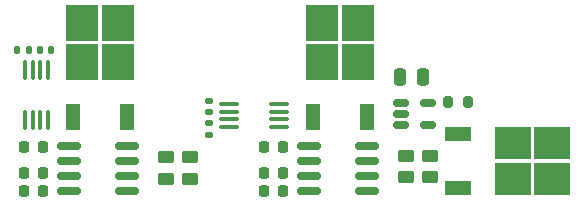
<source format=gbr>
%TF.GenerationSoftware,KiCad,Pcbnew,6.0.2+dfsg-1*%
%TF.CreationDate,2023-02-04T23:29:27-05:00*%
%TF.ProjectId,ups-test,7570732d-7465-4737-942e-6b696361645f,rev?*%
%TF.SameCoordinates,Original*%
%TF.FileFunction,Paste,Top*%
%TF.FilePolarity,Positive*%
%FSLAX46Y46*%
G04 Gerber Fmt 4.6, Leading zero omitted, Abs format (unit mm)*
G04 Created by KiCad (PCBNEW 6.0.2+dfsg-1) date 2023-02-04 23:29:27*
%MOMM*%
%LPD*%
G01*
G04 APERTURE LIST*
G04 Aperture macros list*
%AMRoundRect*
0 Rectangle with rounded corners*
0 $1 Rounding radius*
0 $2 $3 $4 $5 $6 $7 $8 $9 X,Y pos of 4 corners*
0 Add a 4 corners polygon primitive as box body*
4,1,4,$2,$3,$4,$5,$6,$7,$8,$9,$2,$3,0*
0 Add four circle primitives for the rounded corners*
1,1,$1+$1,$2,$3*
1,1,$1+$1,$4,$5*
1,1,$1+$1,$6,$7*
1,1,$1+$1,$8,$9*
0 Add four rect primitives between the rounded corners*
20,1,$1+$1,$2,$3,$4,$5,0*
20,1,$1+$1,$4,$5,$6,$7,0*
20,1,$1+$1,$6,$7,$8,$9,0*
20,1,$1+$1,$8,$9,$2,$3,0*%
G04 Aperture macros list end*
%ADD10RoundRect,0.250000X-0.450000X0.262500X-0.450000X-0.262500X0.450000X-0.262500X0.450000X0.262500X0*%
%ADD11RoundRect,0.140000X-0.140000X-0.170000X0.140000X-0.170000X0.140000X0.170000X-0.140000X0.170000X0*%
%ADD12RoundRect,0.225000X0.225000X0.250000X-0.225000X0.250000X-0.225000X-0.250000X0.225000X-0.250000X0*%
%ADD13RoundRect,0.135000X0.135000X0.185000X-0.135000X0.185000X-0.135000X-0.185000X0.135000X-0.185000X0*%
%ADD14RoundRect,0.200000X-0.200000X-0.275000X0.200000X-0.275000X0.200000X0.275000X-0.200000X0.275000X0*%
%ADD15R,2.750000X3.050000*%
%ADD16R,1.200000X2.200000*%
%ADD17RoundRect,0.250000X0.450000X-0.262500X0.450000X0.262500X-0.450000X0.262500X-0.450000X-0.262500X0*%
%ADD18RoundRect,0.150000X0.825000X0.150000X-0.825000X0.150000X-0.825000X-0.150000X0.825000X-0.150000X0*%
%ADD19RoundRect,0.150000X-0.512500X-0.150000X0.512500X-0.150000X0.512500X0.150000X-0.512500X0.150000X0*%
%ADD20RoundRect,0.140000X0.170000X-0.140000X0.170000X0.140000X-0.170000X0.140000X-0.170000X-0.140000X0*%
%ADD21R,3.050000X2.750000*%
%ADD22R,2.200000X1.200000*%
%ADD23RoundRect,0.100000X0.712500X0.100000X-0.712500X0.100000X-0.712500X-0.100000X0.712500X-0.100000X0*%
%ADD24RoundRect,0.250000X-0.250000X-0.475000X0.250000X-0.475000X0.250000X0.475000X-0.250000X0.475000X0*%
%ADD25RoundRect,0.135000X-0.185000X0.135000X-0.185000X-0.135000X0.185000X-0.135000X0.185000X0.135000X0*%
%ADD26RoundRect,0.100000X0.100000X-0.712500X0.100000X0.712500X-0.100000X0.712500X-0.100000X-0.712500X0*%
G04 APERTURE END LIST*
D10*
%TO.C,R5*%
X107442000Y-40743500D03*
X107442000Y-42568500D03*
%TD*%
D11*
%TO.C,C1*%
X76482000Y-31750000D03*
X77442000Y-31750000D03*
%TD*%
D12*
%TO.C,C8*%
X97041000Y-42164000D03*
X95491000Y-42164000D03*
%TD*%
D13*
%TO.C,R1*%
X75567000Y-31750000D03*
X74547000Y-31750000D03*
%TD*%
D14*
%TO.C,R7*%
X111062000Y-36195000D03*
X112712000Y-36195000D03*
%TD*%
D15*
%TO.C,Q2*%
X103378000Y-32840000D03*
X100328000Y-32840000D03*
X103378000Y-29490000D03*
X100328000Y-29490000D03*
D16*
X99573000Y-37465000D03*
X104133000Y-37465000D03*
%TD*%
D17*
%TO.C,R4*%
X89154000Y-42695500D03*
X89154000Y-40870500D03*
%TD*%
D12*
%TO.C,C5*%
X76721000Y-42164000D03*
X75171000Y-42164000D03*
%TD*%
D18*
%TO.C,U4*%
X104202000Y-43688000D03*
X104202000Y-42418000D03*
X104202000Y-41148000D03*
X104202000Y-39878000D03*
X99252000Y-39878000D03*
X99252000Y-41148000D03*
X99252000Y-42418000D03*
X99252000Y-43688000D03*
%TD*%
D19*
%TO.C,U5*%
X107066500Y-36261000D03*
X107066500Y-37211000D03*
X107066500Y-38161000D03*
X109341500Y-38161000D03*
X109341500Y-36261000D03*
%TD*%
D12*
%TO.C,C6*%
X97041000Y-43688000D03*
X95491000Y-43688000D03*
%TD*%
D20*
%TO.C,C2*%
X90805000Y-37056000D03*
X90805000Y-36096000D03*
%TD*%
D21*
%TO.C,Q3*%
X116503000Y-42673000D03*
X116503000Y-39623000D03*
X119853000Y-39623000D03*
X119853000Y-42673000D03*
D22*
X111878000Y-38868000D03*
X111878000Y-43428000D03*
%TD*%
D23*
%TO.C,U2*%
X96727500Y-38313000D03*
X96727500Y-37663000D03*
X96727500Y-37013000D03*
X96727500Y-36363000D03*
X92502500Y-36363000D03*
X92502500Y-37013000D03*
X92502500Y-37663000D03*
X92502500Y-38313000D03*
%TD*%
D12*
%TO.C,C4*%
X76721000Y-43688000D03*
X75171000Y-43688000D03*
%TD*%
D24*
%TO.C,C9*%
X107000000Y-34036000D03*
X108900000Y-34036000D03*
%TD*%
D12*
%TO.C,C7*%
X76721000Y-40005000D03*
X75171000Y-40005000D03*
%TD*%
%TO.C,C3*%
X97041000Y-40005000D03*
X95491000Y-40005000D03*
%TD*%
D18*
%TO.C,U3*%
X83882000Y-43688000D03*
X83882000Y-42418000D03*
X83882000Y-41148000D03*
X83882000Y-39878000D03*
X78932000Y-39878000D03*
X78932000Y-41148000D03*
X78932000Y-42418000D03*
X78932000Y-43688000D03*
%TD*%
D15*
%TO.C,Q1*%
X80015000Y-32840000D03*
X83065000Y-29490000D03*
X80015000Y-29490000D03*
X83065000Y-32840000D03*
D16*
X79260000Y-37465000D03*
X83820000Y-37465000D03*
%TD*%
D17*
%TO.C,R6*%
X109474000Y-42568500D03*
X109474000Y-40743500D03*
%TD*%
D25*
%TO.C,R2*%
X90805000Y-37971000D03*
X90805000Y-38991000D03*
%TD*%
D26*
%TO.C,U1*%
X75225000Y-37672500D03*
X75875000Y-37672500D03*
X76525000Y-37672500D03*
X77175000Y-37672500D03*
X77175000Y-33447500D03*
X76525000Y-33447500D03*
X75875000Y-33447500D03*
X75225000Y-33447500D03*
%TD*%
D10*
%TO.C,R3*%
X87122000Y-40870500D03*
X87122000Y-42695500D03*
%TD*%
M02*

</source>
